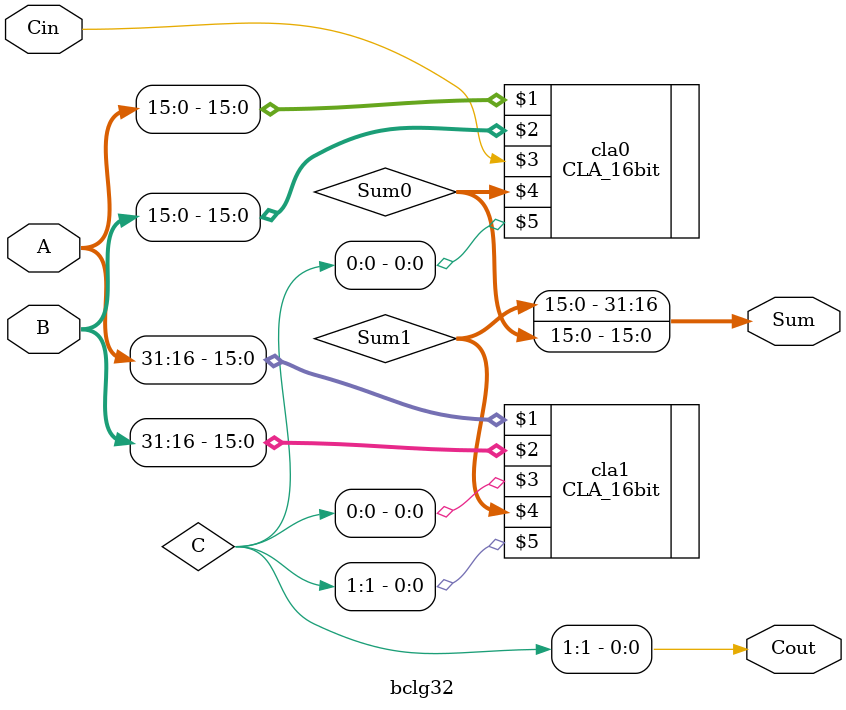
<source format=sv>
`timescale 1ns / 1ps





module bclg32(
    input  logic [31:0] A,
    input  logic [31:0] B,
    input  logic      Cin,
    output logic [31:0] Sum,
    output logic     Cout
);

    logic [1:0]  C;
    logic [15:0] Sum0, Sum1;

    CLA_16bit cla0 (A[15:0], B[15:0], Cin, Sum0,C[0]);
    CLA_16bit cla1 (A[31:16], B[31:16], C[0], Sum1,C[1]);

  

    assign Sum = {Sum1, Sum0};
    assign Cout = C[1];

endmodule


</source>
